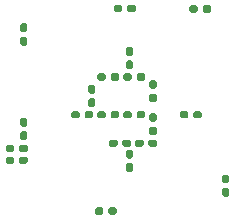
<source format=gbp>
G04 #@! TF.GenerationSoftware,KiCad,Pcbnew,(5.1.9)-1*
G04 #@! TF.CreationDate,2022-04-01T17:50:07-04:00*
G04 #@! TF.ProjectId,MC-DSP,4d432d44-5350-42e6-9b69-6361645f7063,rev?*
G04 #@! TF.SameCoordinates,Original*
G04 #@! TF.FileFunction,Paste,Bot*
G04 #@! TF.FilePolarity,Positive*
%FSLAX46Y46*%
G04 Gerber Fmt 4.6, Leading zero omitted, Abs format (unit mm)*
G04 Created by KiCad (PCBNEW (5.1.9)-1) date 2022-04-01 17:50:07*
%MOMM*%
%LPD*%
G01*
G04 APERTURE LIST*
G04 APERTURE END LIST*
G36*
G01*
X169600000Y-60295000D02*
X169600000Y-60605000D01*
G75*
G02*
X169445000Y-60760000I-155000J0D01*
G01*
X169020000Y-60760000D01*
G75*
G02*
X168865000Y-60605000I0J155000D01*
G01*
X168865000Y-60295000D01*
G75*
G02*
X169020000Y-60140000I155000J0D01*
G01*
X169445000Y-60140000D01*
G75*
G02*
X169600000Y-60295000I0J-155000D01*
G01*
G37*
G36*
G01*
X170735000Y-60295000D02*
X170735000Y-60605000D01*
G75*
G02*
X170580000Y-60760000I-155000J0D01*
G01*
X170155000Y-60760000D01*
G75*
G02*
X170000000Y-60605000I0J155000D01*
G01*
X170000000Y-60295000D01*
G75*
G02*
X170155000Y-60140000I155000J0D01*
G01*
X170580000Y-60140000D01*
G75*
G02*
X170735000Y-60295000I0J-155000D01*
G01*
G37*
G36*
G01*
X172105000Y-75200000D02*
X171795000Y-75200000D01*
G75*
G02*
X171640000Y-75045000I0J155000D01*
G01*
X171640000Y-74620000D01*
G75*
G02*
X171795000Y-74465000I155000J0D01*
G01*
X172105000Y-74465000D01*
G75*
G02*
X172260000Y-74620000I0J-155000D01*
G01*
X172260000Y-75045000D01*
G75*
G02*
X172105000Y-75200000I-155000J0D01*
G01*
G37*
G36*
G01*
X172105000Y-76335000D02*
X171795000Y-76335000D01*
G75*
G02*
X171640000Y-76180000I0J155000D01*
G01*
X171640000Y-75755000D01*
G75*
G02*
X171795000Y-75600000I155000J0D01*
G01*
X172105000Y-75600000D01*
G75*
G02*
X172260000Y-75755000I0J-155000D01*
G01*
X172260000Y-76180000D01*
G75*
G02*
X172105000Y-76335000I-155000J0D01*
G01*
G37*
G36*
G01*
X162000000Y-77705000D02*
X162000000Y-77395000D01*
G75*
G02*
X162155000Y-77240000I155000J0D01*
G01*
X162580000Y-77240000D01*
G75*
G02*
X162735000Y-77395000I0J-155000D01*
G01*
X162735000Y-77705000D01*
G75*
G02*
X162580000Y-77860000I-155000J0D01*
G01*
X162155000Y-77860000D01*
G75*
G02*
X162000000Y-77705000I0J155000D01*
G01*
G37*
G36*
G01*
X160865000Y-77705000D02*
X160865000Y-77395000D01*
G75*
G02*
X161020000Y-77240000I155000J0D01*
G01*
X161445000Y-77240000D01*
G75*
G02*
X161600000Y-77395000I0J-155000D01*
G01*
X161600000Y-77705000D01*
G75*
G02*
X161445000Y-77860000I-155000J0D01*
G01*
X161020000Y-77860000D01*
G75*
G02*
X160865000Y-77705000I0J155000D01*
G01*
G37*
G36*
G01*
X165000000Y-71645000D02*
X165000000Y-71955000D01*
G75*
G02*
X164845000Y-72110000I-155000J0D01*
G01*
X164420000Y-72110000D01*
G75*
G02*
X164265000Y-71955000I0J155000D01*
G01*
X164265000Y-71645000D01*
G75*
G02*
X164420000Y-71490000I155000J0D01*
G01*
X164845000Y-71490000D01*
G75*
G02*
X165000000Y-71645000I0J-155000D01*
G01*
G37*
G36*
G01*
X166135000Y-71645000D02*
X166135000Y-71955000D01*
G75*
G02*
X165980000Y-72110000I-155000J0D01*
G01*
X165555000Y-72110000D01*
G75*
G02*
X165400000Y-71955000I0J155000D01*
G01*
X165400000Y-71645000D01*
G75*
G02*
X165555000Y-71490000I155000J0D01*
G01*
X165980000Y-71490000D01*
G75*
G02*
X166135000Y-71645000I0J-155000D01*
G01*
G37*
G36*
G01*
X163200000Y-60245000D02*
X163200000Y-60555000D01*
G75*
G02*
X163045000Y-60710000I-155000J0D01*
G01*
X162620000Y-60710000D01*
G75*
G02*
X162465000Y-60555000I0J155000D01*
G01*
X162465000Y-60245000D01*
G75*
G02*
X162620000Y-60090000I155000J0D01*
G01*
X163045000Y-60090000D01*
G75*
G02*
X163200000Y-60245000I0J-155000D01*
G01*
G37*
G36*
G01*
X164335000Y-60245000D02*
X164335000Y-60555000D01*
G75*
G02*
X164180000Y-60710000I-155000J0D01*
G01*
X163755000Y-60710000D01*
G75*
G02*
X163600000Y-60555000I0J155000D01*
G01*
X163600000Y-60245000D01*
G75*
G02*
X163755000Y-60090000I155000J0D01*
G01*
X164180000Y-60090000D01*
G75*
G02*
X164335000Y-60245000I0J-155000D01*
G01*
G37*
G36*
G01*
X163645000Y-64800000D02*
X163955000Y-64800000D01*
G75*
G02*
X164110000Y-64955000I0J-155000D01*
G01*
X164110000Y-65380000D01*
G75*
G02*
X163955000Y-65535000I-155000J0D01*
G01*
X163645000Y-65535000D01*
G75*
G02*
X163490000Y-65380000I0J155000D01*
G01*
X163490000Y-64955000D01*
G75*
G02*
X163645000Y-64800000I155000J0D01*
G01*
G37*
G36*
G01*
X163645000Y-63665000D02*
X163955000Y-63665000D01*
G75*
G02*
X164110000Y-63820000I0J-155000D01*
G01*
X164110000Y-64245000D01*
G75*
G02*
X163955000Y-64400000I-155000J0D01*
G01*
X163645000Y-64400000D01*
G75*
G02*
X163490000Y-64245000I0J155000D01*
G01*
X163490000Y-63820000D01*
G75*
G02*
X163645000Y-63665000I155000J0D01*
G01*
G37*
G36*
G01*
X154695000Y-62800000D02*
X155005000Y-62800000D01*
G75*
G02*
X155160000Y-62955000I0J-155000D01*
G01*
X155160000Y-63380000D01*
G75*
G02*
X155005000Y-63535000I-155000J0D01*
G01*
X154695000Y-63535000D01*
G75*
G02*
X154540000Y-63380000I0J155000D01*
G01*
X154540000Y-62955000D01*
G75*
G02*
X154695000Y-62800000I155000J0D01*
G01*
G37*
G36*
G01*
X154695000Y-61665000D02*
X155005000Y-61665000D01*
G75*
G02*
X155160000Y-61820000I0J-155000D01*
G01*
X155160000Y-62245000D01*
G75*
G02*
X155005000Y-62400000I-155000J0D01*
G01*
X154695000Y-62400000D01*
G75*
G02*
X154540000Y-62245000I0J155000D01*
G01*
X154540000Y-61820000D01*
G75*
G02*
X154695000Y-61665000I155000J0D01*
G01*
G37*
G36*
G01*
X160755000Y-67600000D02*
X160445000Y-67600000D01*
G75*
G02*
X160290000Y-67445000I0J155000D01*
G01*
X160290000Y-67020000D01*
G75*
G02*
X160445000Y-66865000I155000J0D01*
G01*
X160755000Y-66865000D01*
G75*
G02*
X160910000Y-67020000I0J-155000D01*
G01*
X160910000Y-67445000D01*
G75*
G02*
X160755000Y-67600000I-155000J0D01*
G01*
G37*
G36*
G01*
X160755000Y-68735000D02*
X160445000Y-68735000D01*
G75*
G02*
X160290000Y-68580000I0J155000D01*
G01*
X160290000Y-68155000D01*
G75*
G02*
X160445000Y-68000000I155000J0D01*
G01*
X160755000Y-68000000D01*
G75*
G02*
X160910000Y-68155000I0J-155000D01*
G01*
X160910000Y-68580000D01*
G75*
G02*
X160755000Y-68735000I-155000J0D01*
G01*
G37*
G36*
G01*
X162800000Y-71645000D02*
X162800000Y-71955000D01*
G75*
G02*
X162645000Y-72110000I-155000J0D01*
G01*
X162220000Y-72110000D01*
G75*
G02*
X162065000Y-71955000I0J155000D01*
G01*
X162065000Y-71645000D01*
G75*
G02*
X162220000Y-71490000I155000J0D01*
G01*
X162645000Y-71490000D01*
G75*
G02*
X162800000Y-71645000I0J-155000D01*
G01*
G37*
G36*
G01*
X163935000Y-71645000D02*
X163935000Y-71955000D01*
G75*
G02*
X163780000Y-72110000I-155000J0D01*
G01*
X163355000Y-72110000D01*
G75*
G02*
X163200000Y-71955000I0J155000D01*
G01*
X163200000Y-71645000D01*
G75*
G02*
X163355000Y-71490000I155000J0D01*
G01*
X163780000Y-71490000D01*
G75*
G02*
X163935000Y-71645000I0J-155000D01*
G01*
G37*
G36*
G01*
X155005000Y-70400000D02*
X154695000Y-70400000D01*
G75*
G02*
X154540000Y-70245000I0J155000D01*
G01*
X154540000Y-69820000D01*
G75*
G02*
X154695000Y-69665000I155000J0D01*
G01*
X155005000Y-69665000D01*
G75*
G02*
X155160000Y-69820000I0J-155000D01*
G01*
X155160000Y-70245000D01*
G75*
G02*
X155005000Y-70400000I-155000J0D01*
G01*
G37*
G36*
G01*
X155005000Y-71535000D02*
X154695000Y-71535000D01*
G75*
G02*
X154540000Y-71380000I0J155000D01*
G01*
X154540000Y-70955000D01*
G75*
G02*
X154695000Y-70800000I155000J0D01*
G01*
X155005000Y-70800000D01*
G75*
G02*
X155160000Y-70955000I0J-155000D01*
G01*
X155160000Y-71380000D01*
G75*
G02*
X155005000Y-71535000I-155000J0D01*
G01*
G37*
G36*
G01*
X161800000Y-69245000D02*
X161800000Y-69555000D01*
G75*
G02*
X161645000Y-69710000I-155000J0D01*
G01*
X161220000Y-69710000D01*
G75*
G02*
X161065000Y-69555000I0J155000D01*
G01*
X161065000Y-69245000D01*
G75*
G02*
X161220000Y-69090000I155000J0D01*
G01*
X161645000Y-69090000D01*
G75*
G02*
X161800000Y-69245000I0J-155000D01*
G01*
G37*
G36*
G01*
X162935000Y-69245000D02*
X162935000Y-69555000D01*
G75*
G02*
X162780000Y-69710000I-155000J0D01*
G01*
X162355000Y-69710000D01*
G75*
G02*
X162200000Y-69555000I0J155000D01*
G01*
X162200000Y-69245000D01*
G75*
G02*
X162355000Y-69090000I155000J0D01*
G01*
X162780000Y-69090000D01*
G75*
G02*
X162935000Y-69245000I0J-155000D01*
G01*
G37*
G36*
G01*
X168800000Y-69245000D02*
X168800000Y-69555000D01*
G75*
G02*
X168645000Y-69710000I-155000J0D01*
G01*
X168220000Y-69710000D01*
G75*
G02*
X168065000Y-69555000I0J155000D01*
G01*
X168065000Y-69245000D01*
G75*
G02*
X168220000Y-69090000I155000J0D01*
G01*
X168645000Y-69090000D01*
G75*
G02*
X168800000Y-69245000I0J-155000D01*
G01*
G37*
G36*
G01*
X169935000Y-69245000D02*
X169935000Y-69555000D01*
G75*
G02*
X169780000Y-69710000I-155000J0D01*
G01*
X169355000Y-69710000D01*
G75*
G02*
X169200000Y-69555000I0J155000D01*
G01*
X169200000Y-69245000D01*
G75*
G02*
X169355000Y-69090000I155000J0D01*
G01*
X169780000Y-69090000D01*
G75*
G02*
X169935000Y-69245000I0J-155000D01*
G01*
G37*
G36*
G01*
X164400000Y-69555000D02*
X164400000Y-69245000D01*
G75*
G02*
X164555000Y-69090000I155000J0D01*
G01*
X164980000Y-69090000D01*
G75*
G02*
X165135000Y-69245000I0J-155000D01*
G01*
X165135000Y-69555000D01*
G75*
G02*
X164980000Y-69710000I-155000J0D01*
G01*
X164555000Y-69710000D01*
G75*
G02*
X164400000Y-69555000I0J155000D01*
G01*
G37*
G36*
G01*
X163265000Y-69555000D02*
X163265000Y-69245000D01*
G75*
G02*
X163420000Y-69090000I155000J0D01*
G01*
X163845000Y-69090000D01*
G75*
G02*
X164000000Y-69245000I0J-155000D01*
G01*
X164000000Y-69555000D01*
G75*
G02*
X163845000Y-69710000I-155000J0D01*
G01*
X163420000Y-69710000D01*
G75*
G02*
X163265000Y-69555000I0J155000D01*
G01*
G37*
G36*
G01*
X154450000Y-72405000D02*
X154450000Y-72095000D01*
G75*
G02*
X154605000Y-71940000I155000J0D01*
G01*
X155030000Y-71940000D01*
G75*
G02*
X155185000Y-72095000I0J-155000D01*
G01*
X155185000Y-72405000D01*
G75*
G02*
X155030000Y-72560000I-155000J0D01*
G01*
X154605000Y-72560000D01*
G75*
G02*
X154450000Y-72405000I0J155000D01*
G01*
G37*
G36*
G01*
X153315000Y-72405000D02*
X153315000Y-72095000D01*
G75*
G02*
X153470000Y-71940000I155000J0D01*
G01*
X153895000Y-71940000D01*
G75*
G02*
X154050000Y-72095000I0J-155000D01*
G01*
X154050000Y-72405000D01*
G75*
G02*
X153895000Y-72560000I-155000J0D01*
G01*
X153470000Y-72560000D01*
G75*
G02*
X153315000Y-72405000I0J155000D01*
G01*
G37*
G36*
G01*
X154450000Y-73405000D02*
X154450000Y-73095000D01*
G75*
G02*
X154605000Y-72940000I155000J0D01*
G01*
X155030000Y-72940000D01*
G75*
G02*
X155185000Y-73095000I0J-155000D01*
G01*
X155185000Y-73405000D01*
G75*
G02*
X155030000Y-73560000I-155000J0D01*
G01*
X154605000Y-73560000D01*
G75*
G02*
X154450000Y-73405000I0J155000D01*
G01*
G37*
G36*
G01*
X153315000Y-73405000D02*
X153315000Y-73095000D01*
G75*
G02*
X153470000Y-72940000I155000J0D01*
G01*
X153895000Y-72940000D01*
G75*
G02*
X154050000Y-73095000I0J-155000D01*
G01*
X154050000Y-73405000D01*
G75*
G02*
X153895000Y-73560000I-155000J0D01*
G01*
X153470000Y-73560000D01*
G75*
G02*
X153315000Y-73405000I0J155000D01*
G01*
G37*
G36*
G01*
X165645000Y-70400000D02*
X165955000Y-70400000D01*
G75*
G02*
X166110000Y-70555000I0J-155000D01*
G01*
X166110000Y-70980000D01*
G75*
G02*
X165955000Y-71135000I-155000J0D01*
G01*
X165645000Y-71135000D01*
G75*
G02*
X165490000Y-70980000I0J155000D01*
G01*
X165490000Y-70555000D01*
G75*
G02*
X165645000Y-70400000I155000J0D01*
G01*
G37*
G36*
G01*
X165645000Y-69265000D02*
X165955000Y-69265000D01*
G75*
G02*
X166110000Y-69420000I0J-155000D01*
G01*
X166110000Y-69845000D01*
G75*
G02*
X165955000Y-70000000I-155000J0D01*
G01*
X165645000Y-70000000D01*
G75*
G02*
X165490000Y-69845000I0J155000D01*
G01*
X165490000Y-69420000D01*
G75*
G02*
X165645000Y-69265000I155000J0D01*
G01*
G37*
G36*
G01*
X162200000Y-66355000D02*
X162200000Y-66045000D01*
G75*
G02*
X162355000Y-65890000I155000J0D01*
G01*
X162780000Y-65890000D01*
G75*
G02*
X162935000Y-66045000I0J-155000D01*
G01*
X162935000Y-66355000D01*
G75*
G02*
X162780000Y-66510000I-155000J0D01*
G01*
X162355000Y-66510000D01*
G75*
G02*
X162200000Y-66355000I0J155000D01*
G01*
G37*
G36*
G01*
X161065000Y-66355000D02*
X161065000Y-66045000D01*
G75*
G02*
X161220000Y-65890000I155000J0D01*
G01*
X161645000Y-65890000D01*
G75*
G02*
X161800000Y-66045000I0J-155000D01*
G01*
X161800000Y-66355000D01*
G75*
G02*
X161645000Y-66510000I-155000J0D01*
G01*
X161220000Y-66510000D01*
G75*
G02*
X161065000Y-66355000I0J155000D01*
G01*
G37*
G36*
G01*
X164400000Y-66355000D02*
X164400000Y-66045000D01*
G75*
G02*
X164555000Y-65890000I155000J0D01*
G01*
X164980000Y-65890000D01*
G75*
G02*
X165135000Y-66045000I0J-155000D01*
G01*
X165135000Y-66355000D01*
G75*
G02*
X164980000Y-66510000I-155000J0D01*
G01*
X164555000Y-66510000D01*
G75*
G02*
X164400000Y-66355000I0J155000D01*
G01*
G37*
G36*
G01*
X163265000Y-66355000D02*
X163265000Y-66045000D01*
G75*
G02*
X163420000Y-65890000I155000J0D01*
G01*
X163845000Y-65890000D01*
G75*
G02*
X164000000Y-66045000I0J-155000D01*
G01*
X164000000Y-66355000D01*
G75*
G02*
X163845000Y-66510000I-155000J0D01*
G01*
X163420000Y-66510000D01*
G75*
G02*
X163265000Y-66355000I0J155000D01*
G01*
G37*
G36*
G01*
X165645000Y-67600000D02*
X165955000Y-67600000D01*
G75*
G02*
X166110000Y-67755000I0J-155000D01*
G01*
X166110000Y-68180000D01*
G75*
G02*
X165955000Y-68335000I-155000J0D01*
G01*
X165645000Y-68335000D01*
G75*
G02*
X165490000Y-68180000I0J155000D01*
G01*
X165490000Y-67755000D01*
G75*
G02*
X165645000Y-67600000I155000J0D01*
G01*
G37*
G36*
G01*
X165645000Y-66465000D02*
X165955000Y-66465000D01*
G75*
G02*
X166110000Y-66620000I0J-155000D01*
G01*
X166110000Y-67045000D01*
G75*
G02*
X165955000Y-67200000I-155000J0D01*
G01*
X165645000Y-67200000D01*
G75*
G02*
X165490000Y-67045000I0J155000D01*
G01*
X165490000Y-66620000D01*
G75*
G02*
X165645000Y-66465000I155000J0D01*
G01*
G37*
G36*
G01*
X160000000Y-69555000D02*
X160000000Y-69245000D01*
G75*
G02*
X160155000Y-69090000I155000J0D01*
G01*
X160580000Y-69090000D01*
G75*
G02*
X160735000Y-69245000I0J-155000D01*
G01*
X160735000Y-69555000D01*
G75*
G02*
X160580000Y-69710000I-155000J0D01*
G01*
X160155000Y-69710000D01*
G75*
G02*
X160000000Y-69555000I0J155000D01*
G01*
G37*
G36*
G01*
X158865000Y-69555000D02*
X158865000Y-69245000D01*
G75*
G02*
X159020000Y-69090000I155000J0D01*
G01*
X159445000Y-69090000D01*
G75*
G02*
X159600000Y-69245000I0J-155000D01*
G01*
X159600000Y-69555000D01*
G75*
G02*
X159445000Y-69710000I-155000J0D01*
G01*
X159020000Y-69710000D01*
G75*
G02*
X158865000Y-69555000I0J155000D01*
G01*
G37*
G36*
G01*
X163955000Y-73100000D02*
X163645000Y-73100000D01*
G75*
G02*
X163490000Y-72945000I0J155000D01*
G01*
X163490000Y-72520000D01*
G75*
G02*
X163645000Y-72365000I155000J0D01*
G01*
X163955000Y-72365000D01*
G75*
G02*
X164110000Y-72520000I0J-155000D01*
G01*
X164110000Y-72945000D01*
G75*
G02*
X163955000Y-73100000I-155000J0D01*
G01*
G37*
G36*
G01*
X163955000Y-74235000D02*
X163645000Y-74235000D01*
G75*
G02*
X163490000Y-74080000I0J155000D01*
G01*
X163490000Y-73655000D01*
G75*
G02*
X163645000Y-73500000I155000J0D01*
G01*
X163955000Y-73500000D01*
G75*
G02*
X164110000Y-73655000I0J-155000D01*
G01*
X164110000Y-74080000D01*
G75*
G02*
X163955000Y-74235000I-155000J0D01*
G01*
G37*
M02*

</source>
